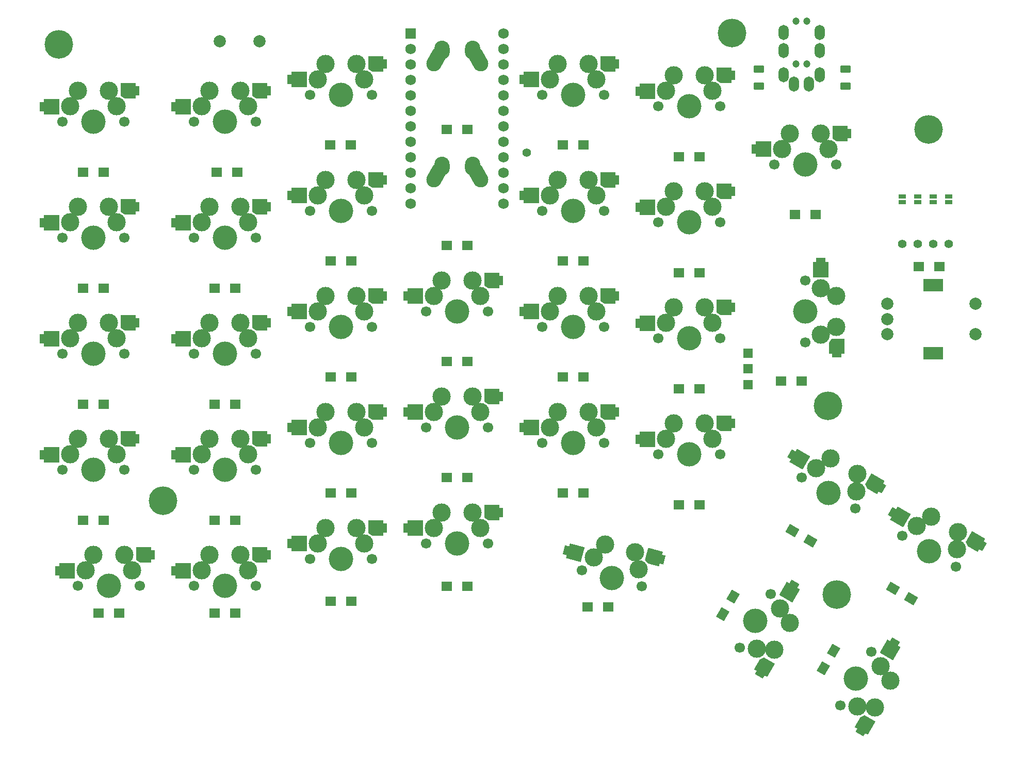
<source format=gbs>
G04 #@! TF.GenerationSoftware,KiCad,Pcbnew,(6.0.10)*
G04 #@! TF.CreationDate,2023-01-27T21:23:08+07:00*
G04 #@! TF.ProjectId,redox_rev1,7265646f-785f-4726-9576-312e6b696361,1.0*
G04 #@! TF.SameCoordinates,Original*
G04 #@! TF.FileFunction,Soldermask,Bot*
G04 #@! TF.FilePolarity,Negative*
%FSLAX46Y46*%
G04 Gerber Fmt 4.6, Leading zero omitted, Abs format (unit mm)*
G04 Created by KiCad (PCBNEW (6.0.10)) date 2023-01-27 21:23:08*
%MOMM*%
%LPD*%
G01*
G04 APERTURE LIST*
G04 Aperture macros list*
%AMRoundRect*
0 Rectangle with rounded corners*
0 $1 Rounding radius*
0 $2 $3 $4 $5 $6 $7 $8 $9 X,Y pos of 4 corners*
0 Add a 4 corners polygon primitive as box body*
4,1,4,$2,$3,$4,$5,$6,$7,$8,$9,$2,$3,0*
0 Add four circle primitives for the rounded corners*
1,1,$1+$1,$2,$3*
1,1,$1+$1,$4,$5*
1,1,$1+$1,$6,$7*
1,1,$1+$1,$8,$9*
0 Add four rect primitives between the rounded corners*
20,1,$1+$1,$2,$3,$4,$5,0*
20,1,$1+$1,$4,$5,$6,$7,0*
20,1,$1+$1,$6,$7,$8,$9,0*
20,1,$1+$1,$8,$9,$2,$3,0*%
%AMHorizOval*
0 Thick line with rounded ends*
0 $1 width*
0 $2 $3 position (X,Y) of the first rounded end (center of the circle)*
0 $4 $5 position (X,Y) of the second rounded end (center of the circle)*
0 Add line between two ends*
20,1,$1,$2,$3,$4,$5,0*
0 Add two circle primitives to create the rounded ends*
1,1,$1,$2,$3*
1,1,$1,$4,$5*%
%AMRotRect*
0 Rectangle, with rotation*
0 The origin of the aperture is its center*
0 $1 length*
0 $2 width*
0 $3 Rotation angle, in degrees counterclockwise*
0 Add horizontal line*
21,1,$1,$2,0,0,$3*%
%AMFreePoly0*
4,1,24,2.113450,1.244429,2.127735,1.241603,2.727735,0.841603,2.730600,0.837325,2.735355,0.835355,2.740927,0.821903,2.749028,0.809806,2.748029,0.804757,2.750000,0.800000,2.750000,-1.200000,2.735355,-1.235355,2.700000,-1.250000,0.300000,-1.250000,0.264645,-1.235355,0.250000,-1.200000,0.250000,-0.750000,-0.350000,-0.750000,-0.350000,0.750000,0.250000,0.750000,0.250000,1.200000,
0.264645,1.235355,0.300000,1.250000,2.100000,1.250000,2.113450,1.244429,2.113450,1.244429,$1*%
%AMFreePoly1*
4,1,17,-0.364645,1.235355,-0.350000,1.200000,-0.350000,0.750000,0.350000,0.750000,0.350000,-0.750000,-0.350000,-0.750000,-0.350000,-1.200000,-0.364645,-1.235355,-0.400000,-1.250000,-2.800000,-1.250000,-2.835355,-1.235355,-2.850000,-1.200000,-2.850000,1.200000,-2.835355,1.235355,-2.800000,1.250000,-0.400000,1.250000,-0.364645,1.235355,-0.364645,1.235355,$1*%
G04 Aperture macros list end*
%ADD10R,1.800000X1.500000*%
%ADD11C,1.200000*%
%ADD12O,1.700000X2.500000*%
%ADD13C,4.700000*%
%ADD14RotRect,1.800000X1.500000X240.000000*%
%ADD15R,1.752600X1.752600*%
%ADD16C,1.752600*%
%ADD17RotRect,1.800000X1.500000X330.000000*%
%ADD18C,1.397000*%
%ADD19C,2.000000*%
%ADD20RoundRect,0.250000X-0.625000X0.375000X-0.625000X-0.375000X0.625000X-0.375000X0.625000X0.375000X0*%
%ADD21R,1.524000X1.524000*%
%ADD22R,3.200000X2.000000*%
%ADD23C,3.000000*%
%ADD24C,1.700000*%
%ADD25C,4.000000*%
%ADD26FreePoly0,180.000000*%
%ADD27FreePoly1,180.000000*%
%ADD28FreePoly0,60.000000*%
%ADD29FreePoly1,60.000000*%
%ADD30R,1.143000X0.635000*%
%ADD31HorizOval,2.500000X0.019724X0.289328X-0.019724X-0.289328X0*%
%ADD32HorizOval,2.500000X-0.405453X0.729954X0.405453X-0.729954X0*%
%ADD33HorizOval,2.500000X-0.019724X0.289328X0.019724X-0.289328X0*%
%ADD34HorizOval,2.500000X0.405453X0.729954X-0.405453X-0.729954X0*%
%ADD35FreePoly0,150.000000*%
%ADD36FreePoly1,150.000000*%
%ADD37FreePoly0,90.000000*%
%ADD38FreePoly1,90.000000*%
%ADD39FreePoly0,165.000000*%
%ADD40FreePoly1,165.000000*%
G04 APERTURE END LIST*
D10*
X187530000Y-110490000D03*
X190930000Y-110490000D03*
X168480000Y-89535000D03*
X171880000Y-89535000D03*
X89740000Y-113030000D03*
X93140000Y-113030000D03*
D11*
X206770000Y-57165000D03*
X208520000Y-50165000D03*
X206770000Y-50165000D03*
X208520000Y-57165000D03*
D12*
X210620000Y-58965000D03*
X204670000Y-58965000D03*
X204670000Y-54965000D03*
X210620000Y-54965000D03*
X210620000Y-51965000D03*
X204670000Y-51965000D03*
X208870000Y-60465000D03*
X206420000Y-60465000D03*
D10*
X89740000Y-132080000D03*
X93140000Y-132080000D03*
X89740000Y-74930000D03*
X93140000Y-74930000D03*
X172544000Y-146304000D03*
X175944000Y-146304000D03*
X111330000Y-93980000D03*
X114730000Y-93980000D03*
D13*
X213385400Y-144272000D03*
X211963000Y-113284000D03*
D10*
X130280000Y-70485000D03*
X133680000Y-70485000D03*
X111330000Y-113030000D03*
X114730000Y-113030000D03*
X111330000Y-147320000D03*
X114730000Y-147320000D03*
X89740000Y-93980000D03*
X93140000Y-93980000D03*
X168480000Y-108585000D03*
X171880000Y-108585000D03*
X204245000Y-109220000D03*
X207645000Y-109220000D03*
X187530000Y-91440000D03*
X190930000Y-91440000D03*
X187530000Y-72390000D03*
X190930000Y-72390000D03*
X149430000Y-106045000D03*
X152830000Y-106045000D03*
X149430000Y-86995000D03*
X152830000Y-86995000D03*
X92280000Y-147320000D03*
X95680000Y-147320000D03*
D13*
X228473000Y-67945000D03*
D14*
X196430000Y-144577757D03*
X194730000Y-147522243D03*
D15*
X143510000Y-52120000D03*
D16*
X143510000Y-54660000D03*
X143510000Y-57200000D03*
X143510000Y-59740000D03*
X143510000Y-62280000D03*
X143510000Y-64820000D03*
X143510000Y-67360000D03*
X143510000Y-69900000D03*
X143510000Y-72440000D03*
X143510000Y-74980000D03*
X143510000Y-77520000D03*
X143510000Y-80060000D03*
X158750000Y-80060000D03*
X158750000Y-77520000D03*
X158750000Y-74980000D03*
X158750000Y-72440000D03*
X158750000Y-69900000D03*
X158750000Y-67360000D03*
X158750000Y-64820000D03*
X158750000Y-62280000D03*
X158750000Y-59740000D03*
X158750000Y-57200000D03*
X158750000Y-54660000D03*
X158750000Y-52120000D03*
D10*
X226900000Y-90424000D03*
X230300000Y-90424000D03*
X206580000Y-81915000D03*
X209980000Y-81915000D03*
X130380000Y-127635000D03*
X133780000Y-127635000D03*
D14*
X212940000Y-153467757D03*
X211240000Y-156412243D03*
D10*
X168480000Y-70485000D03*
X171880000Y-70485000D03*
D13*
X85699600Y-53975000D03*
D17*
X222682757Y-143295000D03*
X225627243Y-144995000D03*
D10*
X187530000Y-129540000D03*
X190930000Y-129540000D03*
D18*
X224155000Y-86741000D03*
X226695000Y-86741000D03*
X229235000Y-86741000D03*
X231775000Y-86741000D03*
D17*
X206172757Y-133770000D03*
X209117243Y-135470000D03*
D10*
X130380000Y-145415000D03*
X133780000Y-145415000D03*
X130380000Y-108585000D03*
X133780000Y-108585000D03*
X149430000Y-142890000D03*
X152830000Y-142890000D03*
X130380000Y-89535000D03*
X133780000Y-89535000D03*
X168480000Y-127635000D03*
X171880000Y-127635000D03*
D19*
X118693000Y-53467000D03*
X112193000Y-53467000D03*
D20*
X214884000Y-58036000D03*
X214884000Y-58036000D03*
X214884000Y-60836000D03*
X214884000Y-60836000D03*
D13*
X102870000Y-128905000D03*
D10*
X149430000Y-67945000D03*
X152830000Y-67945000D03*
D21*
X198882000Y-104688000D03*
X198882000Y-107188000D03*
X198882000Y-109788000D03*
D13*
X196215000Y-52044600D03*
D20*
X200660000Y-58036000D03*
X200660000Y-58036000D03*
X200660000Y-60836000D03*
X200660000Y-60836000D03*
D10*
X111662000Y-74930000D03*
X115062000Y-74930000D03*
D19*
X221735000Y-96560000D03*
X221735000Y-101560000D03*
X221735000Y-99060000D03*
D22*
X229235000Y-93460000D03*
X229235000Y-104660000D03*
D19*
X236235000Y-101560000D03*
X236235000Y-96560000D03*
D18*
X162560000Y-71755000D03*
D10*
X111330000Y-132080000D03*
X114730000Y-132080000D03*
X149430000Y-125095000D03*
X152830000Y-125095000D03*
D23*
X87630000Y-83185000D03*
D24*
X96520000Y-85725000D03*
D23*
X93980000Y-80645000D03*
X88900000Y-80645000D03*
D24*
X86360000Y-85725000D03*
D23*
X95250000Y-83184999D03*
D25*
X91440000Y-85725000D03*
D26*
X98640000Y-80625000D03*
D27*
X82940000Y-83225000D03*
D24*
X107950000Y-123825000D03*
D23*
X109220000Y-121285000D03*
X116840000Y-121284999D03*
D25*
X113030000Y-123825000D03*
D23*
X110490000Y-118745000D03*
D24*
X118110000Y-123825000D03*
D23*
X115570000Y-118745000D03*
D26*
X120230000Y-118725000D03*
D27*
X104530000Y-121325000D03*
D23*
X153670000Y-92710000D03*
X148590000Y-92710000D03*
D24*
X156210000Y-97790000D03*
D23*
X154940000Y-95249999D03*
X147320000Y-95250000D03*
D24*
X146050000Y-97790000D03*
D25*
X151130000Y-97790000D03*
D26*
X158330000Y-92690000D03*
D27*
X142630000Y-95290000D03*
D23*
X110490000Y-80645000D03*
X109220000Y-83185000D03*
D24*
X107950000Y-85725000D03*
D23*
X115570000Y-80645000D03*
D24*
X118110000Y-85725000D03*
D25*
X113030000Y-85725000D03*
D23*
X116840000Y-83184999D03*
D26*
X120230000Y-80625000D03*
D27*
X104530000Y-83225000D03*
D25*
X170180000Y-62230000D03*
D24*
X175260000Y-62230000D03*
D23*
X166370000Y-59690000D03*
X173990000Y-59689999D03*
X167640000Y-57150000D03*
X172720000Y-57150000D03*
D24*
X165100000Y-62230000D03*
D26*
X177380000Y-57130000D03*
D27*
X161680000Y-59730000D03*
D23*
X115570000Y-61595000D03*
X116840000Y-64134999D03*
D24*
X107950000Y-66675000D03*
D23*
X110490000Y-61595000D03*
X109220000Y-64135000D03*
D25*
X113030000Y-66675000D03*
D24*
X118110000Y-66675000D03*
D26*
X120230000Y-61575000D03*
D27*
X104530000Y-64175000D03*
D23*
X203154409Y-153329705D03*
D24*
X197485000Y-152989409D03*
D25*
X200025000Y-148590000D03*
D23*
X205694409Y-148930295D03*
X204129705Y-146560443D03*
D24*
X202565000Y-144190591D03*
D23*
X200319705Y-153159557D03*
D28*
X200841730Y-157375383D03*
D29*
X206440064Y-142478784D03*
D24*
X118110000Y-142875000D03*
D23*
X109220000Y-140335000D03*
X110490000Y-137795000D03*
X115570000Y-137795000D03*
D24*
X107950000Y-142875000D03*
D25*
X113030000Y-142875000D03*
D23*
X116840000Y-140334999D03*
D26*
X120230000Y-137775000D03*
D27*
X104530000Y-140375000D03*
D25*
X151130000Y-116840000D03*
D24*
X156210000Y-116840000D03*
D23*
X148590000Y-111760000D03*
D24*
X146050000Y-116840000D03*
D23*
X147320000Y-114300000D03*
X153670000Y-111760000D03*
X154940000Y-114299999D03*
D26*
X158330000Y-111740000D03*
D27*
X142630000Y-114340000D03*
D24*
X156210000Y-135890000D03*
D23*
X148590000Y-130810000D03*
X154940000Y-133349999D03*
X147320000Y-133350000D03*
D25*
X151130000Y-135890000D03*
D23*
X153670000Y-130810000D03*
D24*
X146050000Y-135890000D03*
D26*
X158330000Y-130790000D03*
D27*
X142630000Y-133390000D03*
D30*
X226695000Y-78874620D03*
X226695000Y-79875380D03*
D23*
X193040000Y-80644999D03*
D24*
X184150000Y-83185000D03*
D23*
X185420000Y-80645000D03*
X191770000Y-78105000D03*
X186690000Y-78105000D03*
D25*
X189230000Y-83185000D03*
D24*
X194310000Y-83185000D03*
D26*
X196430000Y-78085000D03*
D27*
X180730000Y-80685000D03*
D31*
X153650000Y-73950000D03*
D32*
X154535000Y-75470000D03*
D33*
X148610000Y-73950000D03*
D34*
X147725000Y-75470000D03*
D25*
X91440000Y-123825000D03*
D24*
X96520000Y-123825000D03*
X86360000Y-123825000D03*
D23*
X93980000Y-118745000D03*
X88900000Y-118745000D03*
X87630000Y-121285000D03*
X95250000Y-121284999D03*
D26*
X98640000Y-118725000D03*
D27*
X82940000Y-121325000D03*
D23*
X134620000Y-76200000D03*
D25*
X132080000Y-81280000D03*
D24*
X137160000Y-81280000D03*
D23*
X135890000Y-78739999D03*
X128270000Y-78740000D03*
X129540000Y-76200000D03*
D24*
X127000000Y-81280000D03*
D26*
X139280000Y-76180000D03*
D27*
X123580000Y-78780000D03*
D24*
X194310000Y-64135000D03*
D23*
X185420000Y-61595000D03*
X186690000Y-59055000D03*
D25*
X189230000Y-64135000D03*
D24*
X184150000Y-64135000D03*
D23*
X191770000Y-59055000D03*
X193040000Y-61594999D03*
D26*
X196430000Y-59035000D03*
D27*
X180730000Y-61635000D03*
D24*
X184150000Y-121285000D03*
X194310000Y-121285000D03*
D23*
X191770000Y-116205000D03*
X185420000Y-118745000D03*
X186690000Y-116205000D03*
X193040000Y-118744999D03*
D25*
X189230000Y-121285000D03*
D26*
X196430000Y-116185000D03*
D27*
X180730000Y-118785000D03*
D24*
X224200591Y-134620000D03*
D25*
X228600000Y-137160000D03*
D23*
X226570443Y-133055295D03*
X228940295Y-131490591D03*
D24*
X232999409Y-139700000D03*
D23*
X233339705Y-134030591D03*
X233169557Y-136865295D03*
D35*
X237385383Y-136343270D03*
D36*
X222488784Y-130744936D03*
D23*
X216829705Y-124505591D03*
D24*
X216489409Y-130175000D03*
X207690591Y-125095000D03*
D23*
X210060443Y-123530295D03*
X212430295Y-121965591D03*
D25*
X212090000Y-127635000D03*
D23*
X216659557Y-127340295D03*
D35*
X220875383Y-126818270D03*
D36*
X205978784Y-121219936D03*
D23*
X173990000Y-97789999D03*
X167640000Y-95250000D03*
D24*
X165100000Y-100330000D03*
D23*
X166370000Y-97790000D03*
D24*
X175260000Y-100330000D03*
D23*
X172720000Y-95250000D03*
D25*
X170180000Y-100330000D03*
D26*
X177380000Y-95230000D03*
D27*
X161680000Y-97830000D03*
D23*
X88900000Y-61595000D03*
X93980000Y-61595000D03*
D24*
X86360000Y-66675000D03*
D23*
X95250000Y-64134999D03*
X87630000Y-64135000D03*
D25*
X91440000Y-66675000D03*
D24*
X96520000Y-66675000D03*
D26*
X98640000Y-61575000D03*
D27*
X82940000Y-64175000D03*
D24*
X137160000Y-62230000D03*
D25*
X132080000Y-62230000D03*
D23*
X129540000Y-57150000D03*
X134620000Y-57150000D03*
D24*
X127000000Y-62230000D03*
D23*
X135890000Y-59689999D03*
X128270000Y-59690000D03*
D26*
X139280000Y-57130000D03*
D27*
X123580000Y-59730000D03*
D30*
X229235000Y-78874620D03*
X229235000Y-79875380D03*
D31*
X153650000Y-54900000D03*
D32*
X154535000Y-56420000D03*
D33*
X148610000Y-54900000D03*
D34*
X147725000Y-56420000D03*
D23*
X193040000Y-99694999D03*
X191770000Y-97155000D03*
X186690000Y-97155000D03*
D25*
X189230000Y-102235000D03*
D24*
X194310000Y-102235000D03*
X184150000Y-102235000D03*
D23*
X185420000Y-99695000D03*
D26*
X196430000Y-97135000D03*
D27*
X180730000Y-99735000D03*
D23*
X167640000Y-76200000D03*
X166370000Y-78740000D03*
D25*
X170180000Y-81280000D03*
D23*
X173990000Y-78739999D03*
D24*
X175260000Y-81280000D03*
D23*
X172720000Y-76200000D03*
D24*
X165100000Y-81280000D03*
D26*
X177380000Y-76180000D03*
D27*
X161680000Y-78780000D03*
D23*
X166370000Y-116840000D03*
X172720000Y-114300000D03*
D25*
X170180000Y-119380000D03*
D24*
X165100000Y-119380000D03*
D23*
X167640000Y-114300000D03*
X173990000Y-116839999D03*
D24*
X175260000Y-119380000D03*
D26*
X177380000Y-114280000D03*
D27*
X161680000Y-116880000D03*
D23*
X115570000Y-99695000D03*
X110490000Y-99695000D03*
X116840000Y-102234999D03*
D24*
X118110000Y-104775000D03*
D23*
X109220000Y-102235000D03*
D24*
X107950000Y-104775000D03*
D25*
X113030000Y-104775000D03*
D26*
X120230000Y-99675000D03*
D27*
X104530000Y-102275000D03*
D25*
X132080000Y-119380000D03*
D24*
X127000000Y-119380000D03*
D23*
X129540000Y-114300000D03*
D24*
X137160000Y-119380000D03*
D23*
X135890000Y-116839999D03*
X128270000Y-116840000D03*
X134620000Y-114300000D03*
D26*
X139280000Y-114280000D03*
D27*
X123580000Y-116880000D03*
D25*
X208280000Y-97790000D03*
D24*
X208280000Y-92710000D03*
D23*
X213360000Y-100330000D03*
D24*
X208280000Y-102870000D03*
D23*
X210820001Y-101600000D03*
X210820000Y-93980000D03*
X213360000Y-95250000D03*
D37*
X213380000Y-104990000D03*
D38*
X210780000Y-89290000D03*
D23*
X210820000Y-68580000D03*
X212090000Y-71119999D03*
D25*
X208280000Y-73660000D03*
D24*
X203200000Y-73660000D03*
X213360000Y-73660000D03*
D23*
X205740000Y-68580000D03*
X204470000Y-71120000D03*
D26*
X215480000Y-68560000D03*
D27*
X199780000Y-71160000D03*
D24*
X137160000Y-138430000D03*
X127000000Y-138430000D03*
D23*
X135890000Y-135889999D03*
D25*
X132080000Y-138430000D03*
D23*
X134620000Y-133350000D03*
X128270000Y-135890000D03*
X129540000Y-133350000D03*
D26*
X139280000Y-133330000D03*
D27*
X123580000Y-135930000D03*
D25*
X93980000Y-142875000D03*
D23*
X91440000Y-137795000D03*
D24*
X88900000Y-142875000D03*
D23*
X97790000Y-140334999D03*
D24*
X99060000Y-142875000D03*
D23*
X90170000Y-140335000D03*
X96520000Y-137795000D03*
D26*
X101180000Y-137775000D03*
D27*
X85480000Y-140375000D03*
D25*
X91440000Y-104775000D03*
D23*
X88900000Y-99695000D03*
X95250000Y-102234999D03*
D24*
X86360000Y-104775000D03*
X96520000Y-104775000D03*
D23*
X87630000Y-102235000D03*
X93980000Y-99695000D03*
D26*
X98640000Y-99675000D03*
D27*
X82940000Y-102275000D03*
D30*
X224155000Y-78874620D03*
X224155000Y-79875380D03*
D23*
X175391349Y-136040696D03*
X180867578Y-140137648D03*
D24*
X171623097Y-140290199D03*
D25*
X176530000Y-141605000D03*
D23*
X173507223Y-138165448D03*
X180298252Y-137355497D03*
D24*
X181436903Y-142919801D03*
D39*
X184804643Y-138542275D03*
D40*
X168966678Y-136990224D03*
D30*
X231775000Y-78874620D03*
X231775000Y-79875380D03*
D23*
X216829705Y-162684557D03*
X219664409Y-162854705D03*
D24*
X213995000Y-162514409D03*
D23*
X222204409Y-158455295D03*
D24*
X219075000Y-153715591D03*
D25*
X216535000Y-158115000D03*
D23*
X220639705Y-156085443D03*
D28*
X217351730Y-166900383D03*
D29*
X222950064Y-152003784D03*
D23*
X134620000Y-95250000D03*
D24*
X137160000Y-100330000D03*
D23*
X129540000Y-95250000D03*
X128270000Y-97790000D03*
D25*
X132080000Y-100330000D03*
D24*
X127000000Y-100330000D03*
D23*
X135890000Y-97789999D03*
D26*
X139280000Y-95230000D03*
D27*
X123580000Y-97830000D03*
M02*

</source>
